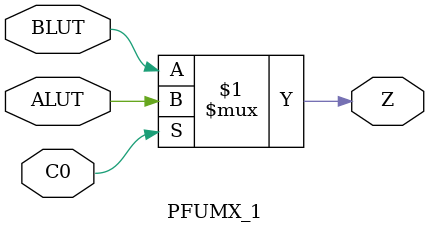
<source format=v>
module PFUMX_1 (input ALUT, BLUT, C0, output Z);
	assign Z = C0 ? ALUT : BLUT;
endmodule
</source>
